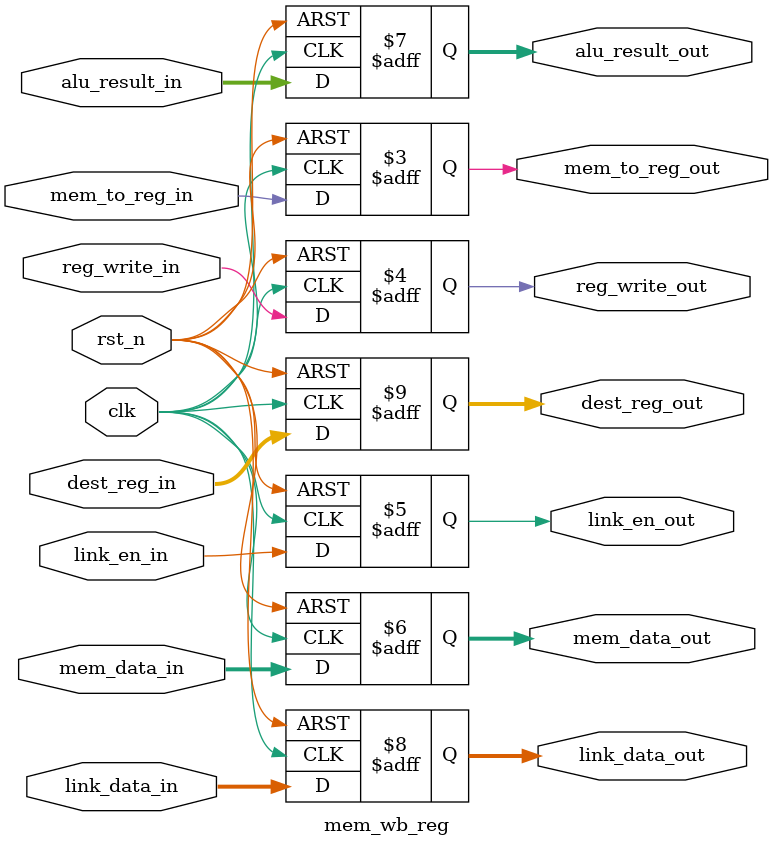
<source format=sv>
module mem_wb_reg(
  input  wire        clk, rst_n,

  // controls/data in
  input  wire        mem_to_reg_in, reg_write_in, link_en_in,
  input  wire [31:0] mem_data_in, alu_result_in, link_data_in,
  input  wire [4:0]  dest_reg_in,

  // outs to WB
  output reg         mem_to_reg_out, reg_write_out, link_en_out,
  output reg [31:0]  mem_data_out, alu_result_out, link_data_out,
  output reg [4:0]   dest_reg_out
);
  always @(posedge clk or negedge rst_n) begin
    if (!rst_n) begin
      mem_to_reg_out<=0; reg_write_out<=0; link_en_out<=0;
      mem_data_out<=0; alu_result_out<=0; link_data_out<=0; dest_reg_out<=0;
    end else begin
      mem_to_reg_out<= mem_to_reg_in;
      reg_write_out <= reg_write_in;
      link_en_out   <= link_en_in;
      mem_data_out  <= mem_data_in;
      alu_result_out<= alu_result_in;
      link_data_out <= link_data_in;
      dest_reg_out  <= dest_reg_in;
    end
  end
endmodule

</source>
